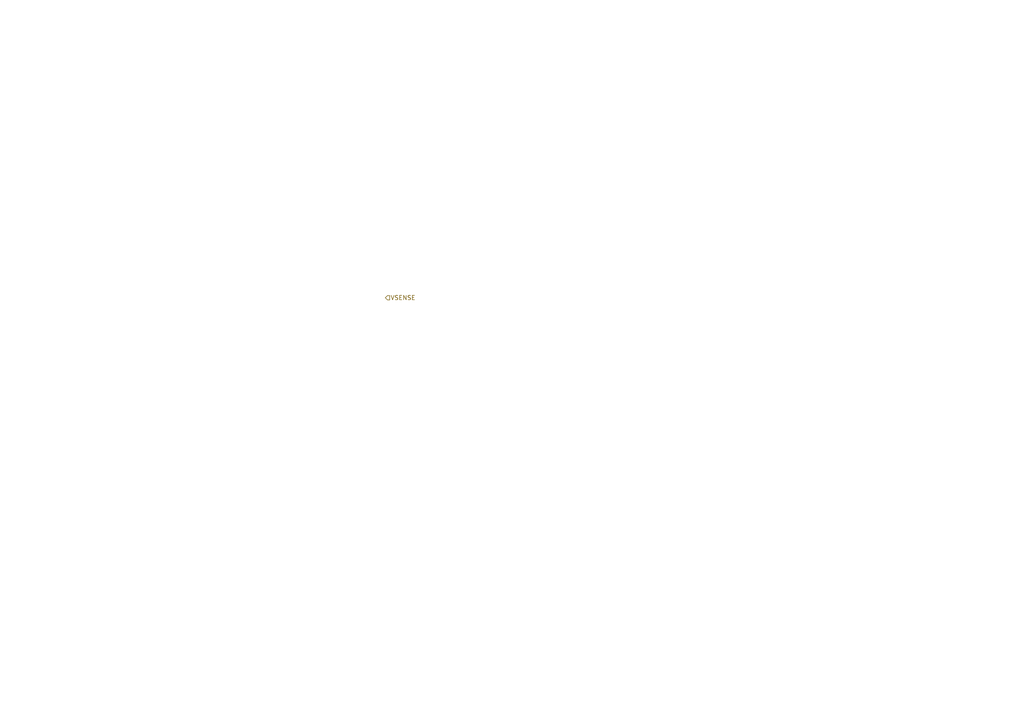
<source format=kicad_sch>
(kicad_sch
	(version 20250114)
	(generator "eeschema")
	(generator_version "9.0")
	(uuid "fd3e01a6-8192-404d-ae56-8c771cb95e98")
	(paper "A4")
	(title_block
		(title "UPS Lead Acid")
		(date "2025-06-05")
		(rev "1.0")
		(company "Electgpl")
	)
	(lib_symbols)
	(hierarchical_label "VSENSE"
		(shape input)
		(at 111.76 86.36 0)
		(effects
			(font
				(size 1.27 1.27)
			)
			(justify left)
		)
		(uuid "23024ffe-ae8a-4faf-aa6e-b07112776653")
	)
)

</source>
